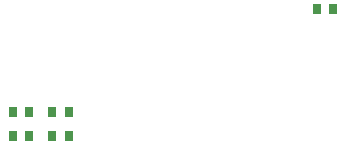
<source format=gbp>
%FSTAX23Y23*%
%MOIN*%
%SFA1B1*%

%IPPOS*%
%ADD19R,0.031500X0.037400*%
%LNtankboardpcb1-1*%
%LPD*%
G54D19*
X03178Y03896D03*
X03123D03*
X02298Y03552D03*
X02242D03*
X02298Y03473D03*
X02242D03*
X02166D03*
X02111D03*
X02166Y03552D03*
X02111D03*
M02*
</source>
